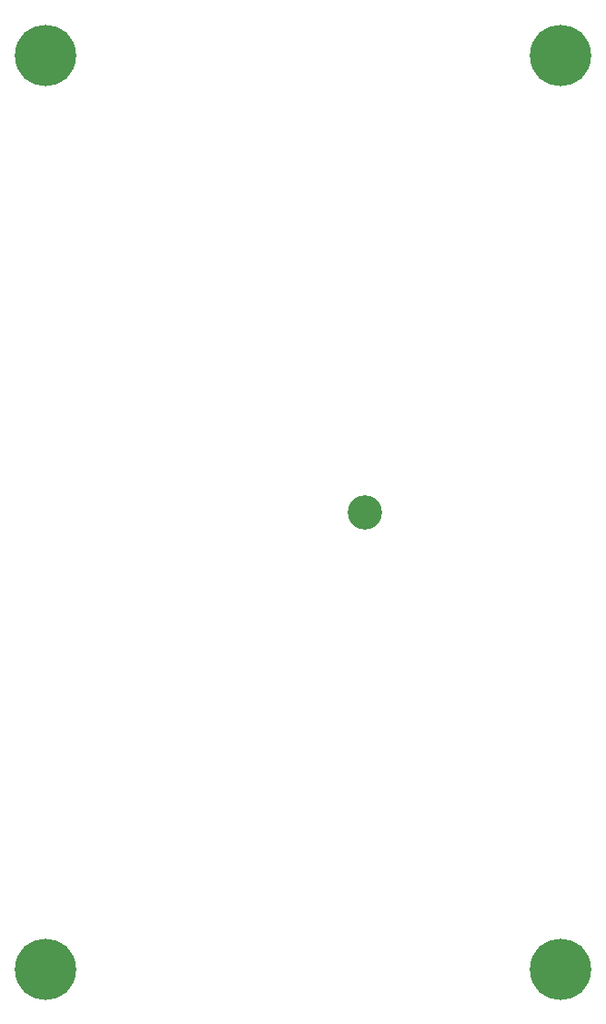
<source format=gbr>
%TF.GenerationSoftware,KiCad,Pcbnew,9.0.5-9.0.5~ubuntu24.04.1*%
%TF.CreationDate,2025-10-22T14:00:52+02:00*%
%TF.ProjectId,misrc_v2.5_front_panel,6d697372-635f-4763-922e-355f66726f6e,rev?*%
%TF.SameCoordinates,Original*%
%TF.FileFunction,Soldermask,Bot*%
%TF.FilePolarity,Negative*%
%FSLAX46Y46*%
G04 Gerber Fmt 4.6, Leading zero omitted, Abs format (unit mm)*
G04 Created by KiCad (PCBNEW 9.0.5-9.0.5~ubuntu24.04.1) date 2025-10-22 14:00:52*
%MOMM*%
%LPD*%
G01*
G04 APERTURE LIST*
%ADD10C,5.700000*%
%ADD11C,3.200000*%
G04 APERTURE END LIST*
D10*
%TO.C,H2*%
X54000000Y-142000000D03*
%TD*%
%TO.C,H1*%
X54000000Y-57000000D03*
%TD*%
D11*
%TO.C,H5*%
X83800000Y-99500000D03*
%TD*%
D10*
%TO.C,H4*%
X102000000Y-57000000D03*
%TD*%
%TO.C,H3*%
X102000000Y-142000000D03*
%TD*%
M02*

</source>
